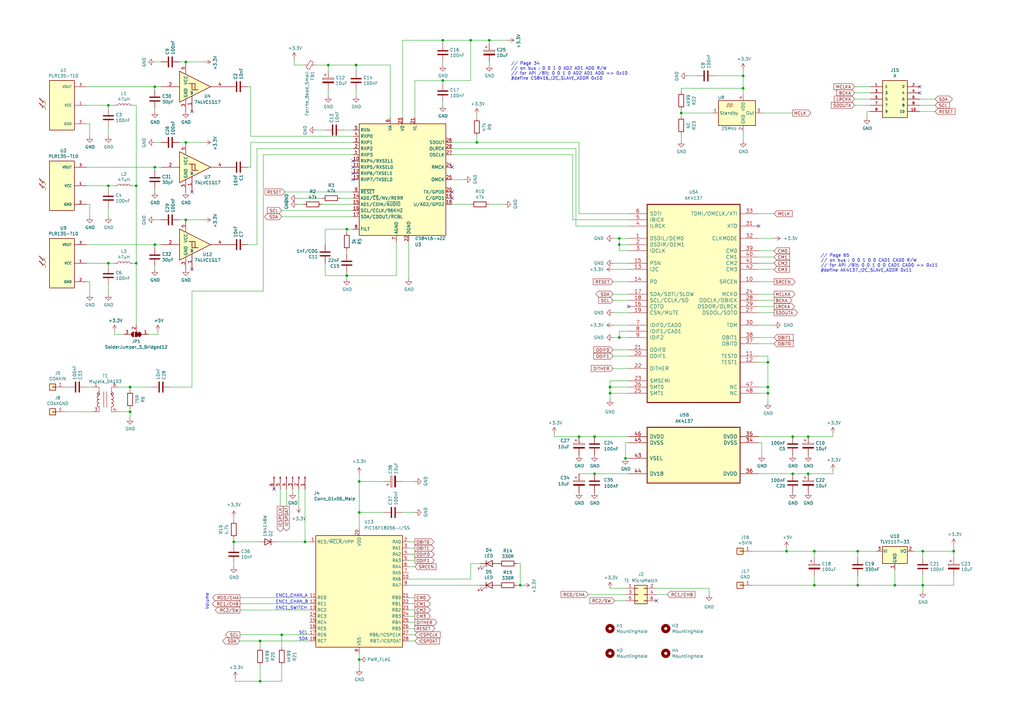
<source format=kicad_sch>
(kicad_sch (version 20230121) (generator eeschema)
  (paper "A3")
  (title_block (title "SPDIF Receiver / ASRC") (date "2022-02-20") (rev "V1"))
  (junction (at 351.79 240.03))
  (junction (at 331.47 194.31))
  (junction (at 378.46 240.03))
  (junction (at 250.19 161.29))
  (junction (at 334.01 226.06))
  (junction (at 304.8 36.195))
  (junction (at 125.095 222.25))
  (junction (at 314.96 161.29))
  (junction (at 76.2 25.4))
  (junction (at 314.96 148.59))
  (junction (at 243.84 179.07))
  (junction (at 115.57 260.35))
  (junction (at 200.66 16.51))
  (junction (at 106.68 262.89))
  (junction (at 106.68 279.4))
  (junction (at 76.2 90.17))
  (junction (at 76.2 58.42))
  (junction (at 314.96 158.75))
  (junction (at 254 138.43))
  (junction (at 134.62 26.67))
  (junction (at 254 97.79))
  (junction (at 63.5 100.33))
  (junction (at 250.19 158.75))
  (junction (at 55.88 76.2))
  (junction (at 53.34 158.75))
  (junction (at 391.16 226.06))
  (junction (at 44.45 43.18))
  (junction (at 254 100.33))
  (junction (at 55.88 107.95))
  (junction (at 334.01 240.03))
  (junction (at 44.45 76.2))
  (junction (at 351.79 226.06))
  (junction (at 181.61 33.02))
  (junction (at 146.05 26.67))
  (junction (at 325.12 194.31))
  (junction (at 237.49 179.07))
  (junction (at 378.46 226.06))
  (junction (at 53.34 168.91))
  (junction (at 325.12 179.07))
  (junction (at 279.4 46.355))
  (junction (at 63.5 68.58))
  (junction (at 213.36 240.03))
  (junction (at 331.47 179.07))
  (junction (at 195.58 58.42))
  (junction (at 147.32 210.185))
  (junction (at 63.5 35.56))
  (junction (at 322.58 226.06))
  (junction (at 304.8 31.115))
  (junction (at 95.885 222.25))
  (junction (at 181.61 16.51))
  (junction (at 147.32 270.51))
  (junction (at 147.32 197.485))
  (junction (at 44.45 107.95))
  (junction (at 142.24 113.03))
  (junction (at 142.24 93.98))
  (junction (at 193.04 16.51))
  (junction (at 243.84 194.31))
  (junction (at 256.54 187.96))
  (junction (at 367.03 240.03))
  (no_connect (at 144.78 68.58))
  (no_connect (at 144.78 73.66))
  (no_connect (at 185.42 68.58))
  (no_connect (at 144.78 71.12))
  (no_connect (at 78.74 45.72))
  (no_connect (at 311.15 92.71))
  (no_connect (at 377.19 38.1))
  (no_connect (at 377.19 35.56))
  (no_connect (at 257.81 125.73))
  (no_connect (at 78.74 78.74))
  (no_connect (at 78.74 110.49))
  (no_connect (at 185.42 78.74))
  (no_connect (at 185.42 81.28))
  (no_connect (at 269.24 246.38))
  (no_connect (at 144.78 66.04))
  (no_connect (at 112.395 200.66))
  (wire (pts (xy 73.66 90.17) (xy 76.2 90.17)))
  (wire (pts (xy 181.61 33.02) (xy 193.04 33.02)))
  (wire (pts (xy 125.095 200.66) (xy 125.095 222.25)))
  (wire (pts (xy 63.5 100.33) (xy 35.56 100.33)))
  (wire (pts (xy 322.58 226.06) (xy 334.01 226.06)))
  (wire (pts (xy 234.95 63.5) (xy 185.42 63.5)))
  (wire (pts (xy 54.61 43.18) (xy 55.88 43.18)))
  (wire (pts (xy 377.19 45.72) (xy 383.54 45.72)))
  (wire (pts (xy 115.57 86.36) (xy 144.78 86.36)))
  (wire (pts (xy 279.4 36.195) (xy 304.8 36.195)))
  (wire (pts (xy 334.01 226.06) (xy 351.79 226.06)))
  (wire (pts (xy 125.095 222.25) (xy 127 222.25)))
  (wire (pts (xy 142.24 111.76) (xy 142.24 113.03)))
  (wire (pts (xy 378.46 228.6) (xy 378.46 226.06)))
  (wire (pts (xy 311.15 138.43) (xy 317.5 138.43)))
  (wire (pts (xy 250.19 161.29) (xy 250.19 158.75)))
  (wire (pts (xy 113.665 222.25) (xy 125.095 222.25)))
  (wire (pts (xy 98.425 260.35) (xy 115.57 260.35)))
  (wire (pts (xy 257.81 102.87) (xy 254 102.87)))
  (wire (pts (xy 101.6 100.33) (xy 105.41 100.33)))
  (wire (pts (xy 35.56 35.56) (xy 63.5 35.56)))
  (wire (pts (xy 193.04 33.02) (xy 193.04 16.51)))
  (wire (pts (xy 237.49 58.42) (xy 237.49 87.63)))
  (wire (pts (xy 251.46 123.19) (xy 257.81 123.19)))
  (wire (pts (xy 331.47 194.31) (xy 341.63 194.31)))
  (wire (pts (xy 115.57 88.9) (xy 144.78 88.9)))
  (wire (pts (xy 250.19 158.75) (xy 257.81 158.75)))
  (wire (pts (xy 48.26 158.75) (xy 53.34 158.75)))
  (wire (pts (xy 351.79 240.03) (xy 334.01 240.03)))
  (wire (pts (xy 106.045 222.25) (xy 95.885 222.25)))
  (wire (pts (xy 257.81 135.89) (xy 254 135.89)))
  (wire (pts (xy 165.1 197.485) (xy 170.18 197.485)))
  (wire (pts (xy 167.64 224.79) (xy 170.18 224.79)))
  (wire (pts (xy 314.96 146.05) (xy 314.96 148.59)))
  (wire (pts (xy 314.96 161.29) (xy 311.15 161.29)))
  (wire (pts (xy 391.16 240.03) (xy 391.16 236.22)))
  (wire (pts (xy 377.19 43.18) (xy 383.54 43.18)))
  (wire (pts (xy 167.64 232.41) (xy 170.18 232.41)))
  (wire (pts (xy 251.46 97.79) (xy 254 97.79)))
  (wire (pts (xy 121.92 83.82) (xy 124.46 83.82)))
  (wire (pts (xy 63.5 110.49) (xy 63.5 109.22)))
  (wire (pts (xy 314.96 158.75) (xy 314.96 161.29)))
  (wire (pts (xy 251.46 107.95) (xy 257.81 107.95)))
  (wire (pts (xy 195.58 55.88) (xy 195.58 58.42)))
  (wire (pts (xy 95.885 232.41) (xy 95.885 231.14)))
  (wire (pts (xy 312.42 46.355) (xy 325.12 46.355)))
  (wire (pts (xy 87.63 -21.59) (xy 87.63 -8.89)))
  (wire (pts (xy 257.81 143.51) (xy 251.46 143.51)))
  (wire (pts (xy 243.84 179.07) (xy 257.81 179.07)))
  (wire (pts (xy 237.49 179.07) (xy 243.84 179.07)))
  (wire (pts (xy 254 135.89) (xy 254 138.43)))
  (wire (pts (xy 101.6 68.58) (xy 102.87 68.58)))
  (wire (pts (xy 167.64 257.81) (xy 170.18 257.81)))
  (wire (pts (xy 142.24 113.03) (xy 133.35 113.03)))
  (wire (pts (xy 55.88 107.95) (xy 55.88 76.2)))
  (wire (pts (xy 63.5 35.56) (xy 66.04 35.56)))
  (wire (pts (xy 341.63 177.8) (xy 341.63 179.07)))
  (wire (pts (xy 311.15 146.05) (xy 314.96 146.05)))
  (wire (pts (xy 105.41 60.96) (xy 144.78 60.96)))
  (wire (pts (xy 208.28 16.51) (xy 200.66 16.51)))
  (wire (pts (xy 98.425 245.11) (xy 127 245.11)))
  (wire (pts (xy 167.64 240.03) (xy 196.85 240.03)))
  (wire (pts (xy 95.885 213.36) (xy 95.885 212.09)))
  (wire (pts (xy 334.01 240.03) (xy 334.01 236.22)))
  (wire (pts (xy 76.2 25.4) (xy 83.82 25.4)))
  (wire (pts (xy 355.6 45.72) (xy 356.87 45.72)))
  (wire (pts (xy 304.8 31.115) (xy 293.37 31.115)))
  (wire (pts (xy 36.83 50.8) (xy 35.56 50.8)))
  (wire (pts (xy 35.56 107.95) (xy 44.45 107.95)))
  (wire (pts (xy 200.66 26.67) (xy 200.66 25.4)))
  (wire (pts (xy 105.41 100.33) (xy 105.41 60.96)))
  (wire (pts (xy 227.33 179.07) (xy 237.49 179.07)))
  (wire (pts (xy 251.46 120.65) (xy 257.81 120.65)))
  (wire (pts (xy 55.88 107.95) (xy 54.61 107.95)))
  (wire (pts (xy 106.68 262.89) (xy 106.68 265.43)))
  (wire (pts (xy 55.88 133.35) (xy 55.88 107.95)))
  (wire (pts (xy 96.52 279.4) (xy 106.68 279.4)))
  (wire (pts (xy 147.32 197.485) (xy 157.48 197.485)))
  (wire (pts (xy 107.95 119.38) (xy 107.95 63.5)))
  (wire (pts (xy 63.5 25.4) (xy 66.04 25.4)))
  (wire (pts (xy 96.52 278.13) (xy 96.52 279.4)))
  (wire (pts (xy 115.57 260.35) (xy 115.57 265.43)))
  (wire (pts (xy 251.46 138.43) (xy 254 138.43)))
  (wire (pts (xy 142.24 93.98) (xy 133.35 93.98)))
  (wire (pts (xy 167.64 247.65) (xy 170.18 247.65)))
  (wire (pts (xy 122.555 200.66) (xy 122.555 207.645)))
  (wire (pts (xy 146.05 39.37) (xy 146.05 36.83)))
  (wire (pts (xy 325.12 179.07) (xy 331.47 179.07)))
  (wire (pts (xy 311.15 125.73) (xy 317.5 125.73)))
  (wire (pts (xy 146.05 26.67) (xy 134.62 26.67)))
  (wire (pts (xy 160.02 26.67) (xy 146.05 26.67)))
  (wire (pts (xy 304.8 31.115) (xy 304.8 28.575)))
  (wire (pts (xy 120.015 200.66) (xy 120.015 201.93)))
  (wire (pts (xy 167.64 114.3) (xy 167.64 99.06)))
  (wire (pts (xy 279.4 46.355) (xy 279.4 47.625)))
  (wire (pts (xy 144.78 83.82) (xy 132.08 83.82)))
  (wire (pts (xy 196.85 231.14) (xy 193.04 231.14)))
  (wire (pts (xy 311.15 87.63) (xy 317.5 87.63)))
  (wire (pts (xy 133.35 53.34) (xy 129.54 53.34)))
  (wire (pts (xy 367.03 240.03) (xy 351.79 240.03)))
  (wire (pts (xy 36.83 115.57) (xy 35.56 115.57)))
  (wire (pts (xy 250.19 163.83) (xy 250.19 161.29)))
  (wire (pts (xy 391.16 228.6) (xy 391.16 226.06)))
  (wire (pts (xy 35.56 43.18) (xy 44.45 43.18)))
  (wire (pts (xy 64.77 137.16) (xy 64.77 135.89)))
  (wire (pts (xy 254 97.79) (xy 257.81 97.79)))
  (wire (pts (xy 181.61 17.78) (xy 181.61 16.51)))
  (wire (pts (xy 167.64 245.11) (xy 170.18 245.11)))
  (wire (pts (xy 50.8 137.16) (xy 46.99 137.16)))
  (wire (pts (xy 46.99 76.2) (xy 44.45 76.2)))
  (wire (pts (xy 147.32 210.185) (xy 147.32 217.17)))
  (wire (pts (xy 63.5 58.42) (xy 66.04 58.42)))
  (wire (pts (xy 257.81 100.33) (xy 254 100.33)))
  (wire (pts (xy 190.5 73.66) (xy 185.42 73.66)))
  (wire (pts (xy 257.81 146.05) (xy 251.46 146.05)))
  (wire (pts (xy 367.03 240.03) (xy 367.03 233.68)))
  (wire (pts (xy 44.45 55.88) (xy 44.45 52.07)))
  (wire (pts (xy 311.15 102.87) (xy 317.5 102.87)))
  (wire (pts (xy 334.01 226.06) (xy 334.01 228.6)))
  (wire (pts (xy 314.96 165.1) (xy 314.96 161.29)))
  (wire (pts (xy 311.15 148.59) (xy 314.96 148.59)))
  (wire (pts (xy 252.095 246.38) (xy 256.54 246.38)))
  (wire (pts (xy 251.46 110.49) (xy 257.81 110.49)))
  (wire (pts (xy 311.15 110.49) (xy 317.5 110.49)))
  (wire (pts (xy 53.34 171.45) (xy 53.34 168.91)))
  (wire (pts (xy 185.42 83.82) (xy 193.04 83.82)))
  (wire (pts (xy 142.24 104.14) (xy 142.24 102.87)))
  (wire (pts (xy 95.885 222.25) (xy 95.885 220.98)))
  (wire (pts (xy 107.95 63.5) (xy 144.78 63.5)))
  (wire (pts (xy 325.12 194.31) (xy 331.47 194.31)))
  (wire (pts (xy 102.87 58.42) (xy 144.78 58.42)))
  (wire (pts (xy 48.26 168.91) (xy 53.34 168.91)))
  (wire (pts (xy 304.8 31.115) (xy 304.8 36.195)))
  (wire (pts (xy 378.46 226.06) (xy 374.65 226.06)))
  (wire (pts (xy 212.09 231.14) (xy 213.36 231.14)))
  (wire (pts (xy 378.46 236.22) (xy 378.46 240.03)))
  (wire (pts (xy 26.67 168.91) (xy 38.1 168.91)))
  (wire (pts (xy 311.15 123.19) (xy 317.5 123.19)))
  (wire (pts (xy 162.56 113.03) (xy 162.56 99.06)))
  (wire (pts (xy 167.64 255.27) (xy 170.18 255.27)))
  (wire (pts (xy 95.885 223.52) (xy 95.885 222.25)))
  (wire (pts (xy 167.64 252.73) (xy 170.18 252.73)))
  (wire (pts (xy 147.32 197.485) (xy 147.32 210.185)))
  (wire (pts (xy 250.19 158.75) (xy 250.19 156.21)))
  (wire (pts (xy 237.49 87.63) (xy 257.81 87.63)))
  (wire (pts (xy 167.64 229.87) (xy 170.18 229.87)))
  (wire (pts (xy 55.88 76.2) (xy 54.61 76.2)))
  (wire (pts (xy 147.32 194.31) (xy 147.32 197.485)))
  (wire (pts (xy 121.92 81.28) (xy 132.08 81.28)))
  (wire (pts (xy 292.1 46.355) (xy 279.4 46.355)))
  (wire (pts (xy 227.33 177.8) (xy 227.33 179.07)))
  (wire (pts (xy 146.05 29.21) (xy 146.05 26.67)))
  (wire (pts (xy 355.6 45.72) (xy 355.6 48.26)))
  (wire (pts (xy 322.58 224.79) (xy 322.58 226.06)))
  (wire (pts (xy 251.46 128.27) (xy 257.81 128.27)))
  (wire (pts (xy 308.61 240.03) (xy 334.01 240.03)))
  (wire (pts (xy 377.19 40.64) (xy 383.54 40.64)))
  (wire (pts (xy 35.56 68.58) (xy 63.5 68.58)))
  (wire (pts (xy 391.16 223.52) (xy 391.16 226.06)))
  (wire (pts (xy 290.83 241.3) (xy 290.83 243.84)))
  (wire (pts (xy 257.81 181.61) (xy 256.54 181.61)))
  (wire (pts (xy 250.19 156.21) (xy 257.81 156.21)))
  (wire (pts (xy 76.2 58.42) (xy 83.82 58.42)))
  (wire (pts (xy 46.99 107.95) (xy 44.45 107.95)))
  (wire (pts (xy 167.64 222.25) (xy 170.18 222.25)))
  (wire (pts (xy 195.58 58.42) (xy 185.42 58.42)))
  (wire (pts (xy 213.36 231.14) (xy 213.36 240.03)))
  (wire (pts (xy 53.34 160.02) (xy 53.34 158.75)))
  (wire (pts (xy 195.58 48.26) (xy 195.58 46.99)))
  (wire (pts (xy 160.02 48.26) (xy 160.02 26.67)))
  (wire (pts (xy 311.15 179.07) (xy 325.12 179.07)))
  (wire (pts (xy 311.15 105.41) (xy 317.5 105.41)))
  (wire (pts (xy 46.99 43.18) (xy 44.45 43.18)))
  (wire (pts (xy 378.46 240.03) (xy 391.16 240.03)))
  (wire (pts (xy 53.34 168.91) (xy 53.34 167.64)))
  (wire (pts (xy 144.78 78.74) (xy 116.84 78.74)))
  (wire (pts (xy 117.475 200.66) (xy 117.475 207.645)))
  (wire (pts (xy 350.52 38.1) (xy 356.87 38.1)))
  (wire (pts (xy 243.84 194.31) (xy 257.81 194.31)))
  (wire (pts (xy 251.46 115.57) (xy 257.81 115.57)))
  (wire (pts (xy 341.63 193.04) (xy 341.63 194.31)))
  (wire (pts (xy 35.56 76.2) (xy 44.45 76.2)))
  (wire (pts (xy 193.04 237.49) (xy 167.64 237.49)))
  (wire (pts (xy 36.83 55.88) (xy 36.83 50.8)))
  (wire (pts (xy 193.04 16.51) (xy 200.66 16.51)))
  (wire (pts (xy 147.32 270.51) (xy 147.32 267.97)))
  (wire (pts (xy 167.64 260.35) (xy 170.18 260.35)))
  (wire (pts (xy 279.4 37.465) (xy 279.4 36.195)))
  (wire (pts (xy 69.85 158.75) (xy 78.74 158.75)))
  (wire (pts (xy 236.22 92.71) (xy 257.81 92.71)))
  (wire (pts (xy 134.62 26.67) (xy 129.54 26.67)))
  (wire (pts (xy 234.95 90.17) (xy 257.81 90.17)))
  (wire (pts (xy 331.47 179.07) (xy 341.63 179.07)))
  (wire (pts (xy 269.24 241.3) (xy 290.83 241.3)))
  (wire (pts (xy 350.52 35.56) (xy 356.87 35.56)))
  (wire (pts (xy 250.19 161.29) (xy 257.81 161.29)))
  (wire (pts (xy 63.5 100.33) (xy 66.04 100.33)))
  (wire (pts (xy 200.66 83.82) (xy 207.01 83.82)))
  (wire (pts (xy 311.15 194.31) (xy 325.12 194.31)))
  (wire (pts (xy 279.4 55.245) (xy 279.4 57.785)))
  (wire (pts (xy 167.64 250.19) (xy 170.18 250.19)))
  (wire (pts (xy 250.19 241.3) (xy 256.54 241.3)))
  (wire (pts (xy 53.34 158.75) (xy 62.23 158.75)))
  (wire (pts (xy 76.2 90.17) (xy 83.82 90.17)))
  (wire (pts (xy 167.64 227.33) (xy 170.18 227.33)))
  (wire (pts (xy 237.49 58.42) (xy 195.58 58.42)))
  (wire (pts (xy 254 138.43) (xy 257.81 138.43)))
  (wire (pts (xy 115.57 260.35) (xy 127 260.35)))
  (wire (pts (xy 106.68 273.05) (xy 106.68 279.4)))
  (wire (pts (xy 142.24 95.25) (xy 142.24 93.98)))
  (wire (pts (xy 165.1 48.26) (xy 165.1 16.51)))
  (wire (pts (xy 391.16 226.06) (xy 378.46 226.06)))
  (wire (pts (xy 165.1 16.51) (xy 181.61 16.51)))
  (wire (pts (xy 102.87 55.88) (xy 144.78 55.88)))
  (wire (pts (xy 73.66 58.42) (xy 76.2 58.42)))
  (wire (pts (xy 60.96 137.16) (xy 64.77 137.16)))
  (wire (pts (xy 308.61 226.06) (xy 322.58 226.06)))
  (wire (pts (xy 350.52 40.64) (xy 356.87 40.64)))
  (wire (pts (xy 193.04 231.14) (xy 193.04 237.49)))
  (wire (pts (xy 120.65 26.67) (xy 120.65 24.13)))
  (wire (pts (xy 165.1 210.185) (xy 170.18 210.185)))
  (wire (pts (xy 304.8 57.785) (xy 304.8 53.975)))
  (wire (pts (xy 36.83 88.9) (xy 36.83 83.82)))
  (wire (pts (xy 36.83 120.65) (xy 36.83 115.57)))
  (wire (pts (xy 279.4 45.085) (xy 279.4 46.355)))
  (wire (pts (xy 254 102.87) (xy 254 100.33)))
  (wire (pts (xy 311.15 128.27) (xy 317.5 128.27)))
  (wire (pts (xy 251.46 133.35) (xy 257.81 133.35)))
  (wire (pts (xy 181.61 34.29) (xy 181.61 33.02)))
  (wire (pts (xy 78.74 119.38) (xy 107.95 119.38)))
  (wire (pts (xy 124.46 26.67) (xy 120.65 26.67)))
  (wire (pts (xy 27.94 158.75) (xy 26.67 158.75)))
  (wire (pts (xy 181.61 43.18) (xy 181.61 41.91)))
  (wire (pts (xy 98.425 250.19) (xy 127 250.19)))
  (wire (pts (xy 170.18 48.26) (xy 170.18 33.02)))
  (wire (pts (xy 237.49 194.31) (xy 243.84 194.31)))
  (wire (pts (xy 44.45 77.47) (xy 44.45 76.2)))
  (wire (pts (xy 133.35 113.03) (xy 133.35 107.95)))
  (wire (pts (xy 133.35 93.98) (xy 133.35 100.33)))
  (wire (pts (xy 312.42 181.61) (xy 312.42 186.69)))
  (wire (pts (xy 311.15 181.61) (xy 312.42 181.61)))
  (wire (pts (xy 213.36 240.03) (xy 214.63 240.03)))
  (wire (pts (xy 351.79 228.6) (xy 351.79 226.06)))
  (wire (pts (xy 311.15 120.65) (xy 317.5 120.65)))
  (wire (pts (xy 251.46 151.13) (xy 257.81 151.13)))
  (wire (pts (xy 63.5 68.58) (xy 66.04 68.58)))
  (wire (pts (xy 236.22 60.96) (xy 185.42 60.96)))
  (wire (pts (xy 281.94 31.115) (xy 285.75 31.115)))
  (wire (pts (xy 304.8 36.195) (xy 304.8 38.735)))
  (wire (pts (xy 351.79 240.03) (xy 351.79 236.22)))
  (wire (pts (xy 44.45 109.22) (xy 44.45 107.95)))
  (wire (pts (xy 200.66 16.51) (xy 200.66 17.78)))
  (wire (pts (xy 351.79 226.06) (xy 359.41 226.06)))
  (wire (pts (xy 254 100.33) (xy 254 97.79)))
  (wire (pts (xy 63.5 36.83) (xy 63.5 35.56)))
  (wire (pts (xy 212.09 240.03) (xy 213.36 240.03)))
  (wire (pts (xy 35.56 158.75) (xy 38.1 158.75)))
  (wire (pts (xy 314.96 148.59) (xy 314.96 158.75)))
  (wire (pts (xy 98.425 247.65) (xy 127 247.65)))
  (wire (pts (xy 73.66 25.4) (xy 76.2 25.4)))
  (wire (pts (xy 378.46 242.57) (xy 378.46 240.03)))
  (wire (pts (xy 256.54 181.61) (xy 256.54 187.96)))
  (wire (pts (xy 55.88 76.2) (xy 55.88 43.18)))
  (wire (pts (xy 115.57 279.4) (xy 115.57 273.05)))
  (wire (pts (xy 63.5 69.85) (xy 63.5 68.58)))
  (wire (pts (xy 63.5 78.74) (xy 63.5 77.47)))
  (wire (pts (xy 106.68 262.89) (xy 127 262.89)))
  (wire (pts (xy 36.83 83.82) (xy 35.56 83.82)))
  (wire (pts (xy 181.61 26.67) (xy 181.61 25.4)))
  (wire (pts (xy 350.52 43.18) (xy 356.87 43.18)))
  (wire (pts (xy 311.15 140.97) (xy 317.5 140.97)))
  (wire (pts (xy 147.32 274.32) (xy 147.32 270.51)))
  (wire (pts (xy 44.45 88.9) (xy 44.45 85.09)))
  (wire (pts (xy 63.5 90.17) (xy 66.04 90.17)))
  (wire (pts (xy 311.15 158.75) (xy 314.96 158.75)))
  (wire (pts (xy 144.78 53.34) (xy 140.97 53.34)))
  (wire (pts (xy 106.68 279.4) (xy 115.57 279.4)))
  (wire (pts (xy 241.3 243.84) (xy 256.54 243.84)))
  (wire (pts (xy 170.18 33.02) (xy 181.61 33.02)))
  (wire (pts (xy 134.62 29.21) (xy 134.62 26.67)))
  (wire (pts (xy 101.6 35.56) (xy 102.87 35.56)))
  (wire (pts (xy 378.46 240.03) (xy 367.03 240.03)))
  (wire (pts (xy 311.15 107.95) (xy 317.5 107.95)))
  (wire (pts (xy 311.15 115.57) (xy 317.5 115.57)))
  (wire (pts (xy 157.48 210.185) (xy 147.32 210.185)))
  (wire (pts (xy 167.64 262.89) (xy 170.18 262.89)))
  (wire (pts (xy 44.45 44.45) (xy 44.45 43.18)))
  (wire (pts (xy 78.74 119.38) (xy 78.74 158.75)))
  (wire (pts (xy 46.99 137.16) (xy 46.99 135.89)))
  (wire (pts (xy 236.22 60.96) (xy 236.22 92.71)))
  (wire (pts (xy 102.87 55.88) (xy 102.87 35.56)))
  (wire (pts (xy 269.24 243.84) (xy 273.685 243.84)))
  (wire (pts (xy 142.24 113.03) (xy 162.56 113.03)))
  (wire (pts (xy 63.5 45.72) (xy 63.5 44.45)))
  (wire (pts (xy 144.78 93.98) (xy 142.24 93.98)))
  (wire (pts (xy 181.61 16.51) (xy 193.04 16.51)))
  (wire (pts (xy 114.935 200.66) (xy 114.935 207.645)))
  (wire (pts (xy 144.78 81.28) (xy 139.7 81.28)))
  (wire (pts (xy 311.15 97.79) (xy 317.5 97.79)))
  (wire (pts (xy 102.87 68.58) (xy 102.87 58.42)))
  (wire (pts (xy 98.425 262.89) (xy 106.68 262.89)))
  (wire (pts (xy 311.15 133.35) (xy 317.5 133.35)))
  (wire (pts (xy 142.24 114.3) (xy 142.24 113.03)))
  (wire (pts (xy 44.45 120.65) (xy 44.45 116.84)))
  (wire (pts (xy 234.95 63.5) (xy 234.95 90.17)))
  (wire (pts (xy 63.5 101.6) (xy 63.5 100.33)))
  (wire (pts (xy 134.62 39.37) (xy 134.62 36.83)))
  (wire (pts (xy 256.54 187.96) (xy 257.81 187.96)))
  (text "// Page 65\n// on bus : 0 0 1 0 0 CAD1 CAD0 R/W\n// for API /Bit: 0 0 1 0 0 CAD1 CAD0 => 0x11\n#define AK4137_I2C_SLAVE_ADDR 0x11\n" (at 336.55 111.76 0) (effects (font (size 1.27 1.27)) (justify left bottom)))
  (text "ENC1_CHAN_A" (at 113.03 245.11 0) (effects (font (size 1.27 1.27)) (justify left bottom)))
  (text "SDA" (at 122.555 262.89 0) (effects (font (size 1.27 1.27)) (justify left bottom)))
  (text "// Page 34 \n// on bus : 0 0 1 0 AD2 AD1 AD0 R/W\n// for API /Bit: 0 0 1 0 AD2 AD1 AD0 => 0x10\n#define CS8416_I2C_SLAVE_ADDR 0x10" (at 209.55 33.02 0) (effects (font (size 1.27 1.27)) (justify left bottom)))
  (text "Volume" (at 85.725 250.19 90) (effects (font (size 1.27 1.27)) (justify left bottom)))
  (text "SCL" (at 122.555 260.35 0) (effects (font (size 1.27 1.27)) (justify left bottom)))
  (text "ENC1_SWITCH" (at 113.03 250.19 0) (effects (font (size 1.27 1.27)) (justify left bottom)))
  (text "ENC1_CHAN_B" (at 113.03 247.65 0) (effects (font (size 1.27 1.27)) (justify left bottom)))
  (global_label "BCKA" (shape output) (at 317.5 123.19 0) (property "Intersheetrefs" "${INTERSHEET_REFS}" (effects hide)))
  (global_label "BCKA" (shape input) (at 350.52 38.1 180) (property "Intersheetrefs" "${INTERSHEET_REFS}" (effects hide)))
  (global_label "OBIT1" (shape output) (at 170.18 224.79 0) (property "Intersheetrefs" "${INTERSHEET_REFS}" (effects hide)))
  (global_label "ODIF1" (shape input) (at 251.46 146.05 180) (property "Intersheetrefs" "${INTERSHEET_REFS}" (effects hide)))
  (global_label "MCLK" (shape output) (at 325.12 46.355 0) (property "Intersheetrefs" "${INTERSHEET_REFS}" (effects hide)))
  (global_label "CM3" (shape input) (at 317.5 110.49 0) (property "Intersheetrefs" "${INTERSHEET_REFS}" (effects hide)))
  (global_label "ICSPDAT" (shape output) (at 117.475 207.645 270) (property "Intersheetrefs" "${INTERSHEET_REFS}" (effects hide)))
  (global_label "OBIT0" (shape output) (at 170.18 222.25 0) (property "Intersheetrefs" "${INTERSHEET_REFS}" (effects hide)))
  (global_label "SDOUTA" (shape output) (at 317.5 128.27 0) (property "Intersheetrefs" "${INTERSHEET_REFS}" (effects hide)))
  (global_label "SDA" (shape bidirectional) (at 383.54 40.64 0) (property "Intersheetrefs" "${INTERSHEET_REFS}" (effects hide)))
  (global_label "MCLKA" (shape output) (at 317.5 120.65 0) (property "Intersheetrefs" "${INTERSHEET_REFS}" (effects hide)))
  (global_label "ICSPCLK" (shape input) (at 170.18 260.35 0) (property "Intersheetrefs" "${INTERSHEET_REFS}" (effects hide)))
  (global_label "CM2" (shape input) (at 317.5 107.95 0) (property "Intersheetrefs" "${INTERSHEET_REFS}" (effects hide)))
  (global_label "MCLKA" (shape input) (at 350.52 35.56 180) (property "Intersheetrefs" "${INTERSHEET_REFS}" (effects hide)))
  (global_label "RC2{slash}SW" (shape output) (at 98.425 250.19 180) (property "Intersheetrefs" "${INTERSHEET_REFS}" (effects hide)))
  (global_label "RESET" (shape output) (at 170.18 257.81 0) (property "Intersheetrefs" "${INTERSHEET_REFS}" (effects hide)))
  (global_label "RC1{slash}CHB" (shape output) (at 98.425 247.65 180) (property "Intersheetrefs" "${INTERSHEET_REFS}" (effects hide)))
  (global_label "ODIF0" (shape output) (at 170.18 227.33 0) (property "Intersheetrefs" "${INTERSHEET_REFS}" (effects hide)))
  (global_label "RC0{slash}CHA" (shape input) (at 241.3 243.84 180) (property "Intersheetrefs" "${INTERSHEET_REFS}" (effects hide)))
  (global_label "SDA" (shape bidirectional) (at 251.46 120.65 180) (property "Intersheetrefs" "${INTERSHEET_REFS}" (effects hide)))
  (global_label "CM0" (shape output) (at 170.18 245.11 0) (property "Intersheetrefs" "${INTERSHEET_REFS}" (effects hide)))
  (global_label "DITHER" (shape output) (at 170.18 255.27 0) (property "Intersheetrefs" "${INTERSHEET_REFS}" (effects hide)))
  (global_label "CM1" (shape input) (at 317.5 105.41 0) (property "Intersheetrefs" "${INTERSHEET_REFS}" (effects hide)))
  (global_label "LRCKA" (shape output) (at 317.5 125.73 0) (property "Intersheetrefs" "${INTERSHEET_REFS}" (effects hide)))
  (global_label "MCLK" (shape input) (at 317.5 87.63 0) (property "Intersheetrefs" "${INTERSHEET_REFS}" (effects hide)))
  (global_label "ODIF1" (shape output) (at 170.18 229.87 0) (property "Intersheetrefs" "${INTERSHEET_REFS}" (effects hide)))
  (global_label "SCL" (shape input) (at 115.57 86.36 180) (property "Intersheetrefs" "${INTERSHEET_REFS}" (effects hide)))
  (global_label "SCL" (shape input) (at 251.46 123.19 180) (property "Intersheetrefs" "${INTERSHEET_REFS}" (effects hide)))
  (global_label "RESET" (shape input) (at 383.54 45.72 0) (property "Intersheetrefs" "${INTERSHEET_REFS}" (effects hide)))
  (global_label "RESET" (shape input) (at 251.46 115.57 180) (property "Intersheetrefs" "${INTERSHEET_REFS}" (effects hide)))
  (global_label "CM3" (shape output) (at 170.18 252.73 0) (property "Intersheetrefs" "${INTERSHEET_REFS}" (effects hide)))
  (global_label "RC0{slash}CHA" (shape output) (at 98.425 245.11 180) (property "Intersheetrefs" "${INTERSHEET_REFS}" (effects hide)))
  (global_label "ICSPDAT" (shape input) (at 170.18 262.89 0) (property "Intersheetrefs" "${INTERSHEET_REFS}" (effects hide)))
  (global_label "SDA" (shape bidirectional) (at 98.425 262.89 180) (property "Intersheetrefs" "${INTERSHEET_REFS}" (effects hide)))
  (global_label "RESET" (shape input) (at 116.84 78.74 180) (property "Intersheetrefs" "${INTERSHEET_REFS}" (effects hide)))
  (global_label "SRCEN" (shape output) (at 317.5 115.57 0) (property "Intersheetrefs" "${INTERSHEET_REFS}" (effects hide)))
  (global_label "CM0" (shape input) (at 317.5 102.87 0) (property "Intersheetrefs" "${INTERSHEET_REFS}" (effects hide)))
  (global_label "CM1" (shape output) (at 170.18 247.65 0) (property "Intersheetrefs" "${INTERSHEET_REFS}" (effects hide)))
  (global_label "SDOUTA" (shape input) (at 350.52 43.18 180) (property "Intersheetrefs" "${INTERSHEET_REFS}" (effects hide)))
  (global_label "OBIT1" (shape input) (at 317.5 138.43 0) (property "Intersheetrefs" "${INTERSHEET_REFS}" (effects hide)))
  (global_label "LRCKA" (shape input) (at 350.52 40.64 180) (property "Intersheetrefs" "${INTERSHEET_REFS}" (effects hide)))
  (global_label "SCL" (shape input) (at 383.54 43.18 0) (property "Intersheetrefs" "${INTERSHEET_REFS}" (effects hide)))
  (global_label "OBIT0" (shape input) (at 317.5 140.97 0) (property "Intersheetrefs" "${INTERSHEET_REFS}" (effects hide)))
  (global_label "RC1{slash}CHB" (shape input) (at 273.685 243.84 0) (property "Intersheetrefs" "${INTERSHEET_REFS}" (effects hide)))
  (global_label "ODIF0" (shape input) (at 251.46 143.51 180) (property "Intersheetrefs" "${INTERSHEET_REFS}" (effects hide)))
  (global_label "SDA" (shape bidirectional) (at 115.57 88.9 180) (property "Intersheetrefs" "${INTERSHEET_REFS}" (effects hide)))
  (global_label "RC2{slash}SW" (shape input) (at 252.095 246.38 180) (property "Intersheetrefs" "${INTERSHEET_REFS}" (effects hide)))
  (global_label "SRCEN" (shape input) (at 170.18 232.41 0) (property "Intersheetrefs" "${INTERSHEET_REFS}" (effects hide)))
  (global_label "SCL" (shape output) (at 98.425 260.35 180) (property "Intersheetrefs" "${INTERSHEET_REFS}" (effects hide)))
  (global_label "ICSPCLK" (shape output) (at 114.935 207.645 270) (property "Intersheetrefs" "${INTERSHEET_REFS}" (effects hide)))
  (global_label "CM2" (shape output) (at 170.18 250.19 0) (property "Intersheetrefs" "${INTERSHEET_REFS}" (effects hide)))
  (global_label "DITHER" (shape input) (at 251.46 151.13 180) (property "Intersheetrefs" "${INTERSHEET_REFS}" (effects hide)))
  (symbol (lib_id "kicad-snk:PLR135-T10") (at 25.4 43.18 0) (mirror y) (unit 1)
    (property "Reference" "U1" (at 26.0096 28.7782 0))
    (property "Value" "PLR135-T10" (at 26.0096 31.0896 0))
    (property "Footprint" "PLR135-T10_PLT133-T10W" (effects hide))
    (property "manf#" "PLR135/T10" (effects hide))
  )
  (symbol (lib_id "Device:C") (at 97.79 35.56 270) (unit 1)
    (property "Reference" "C2" (at 96.6216 32.639 0) (effects (justify right)))
    (property "Value" "10nF" (at 98.933 32.639 0) (effects (justify right)))
    (property "Footprint" "Capacitor_SMD:C_0603_1608Metric_Pad1.08x0.95mm_HandSolder" (effects hide))
    (property "manf#" "CL10B104KB8NNNL" (effects hide))
  )
  (symbol (lib_id "Mechanical:MountingHole") (at 250.19 257.81 0) (unit 1)
    (property "Reference" "H1" (at 252.73 256.6416 0) (effects (justify left)))
    (property "Value" "MountingHole" (at 252.73 258.953 0) (effects (justify left)))
    (property "Footprint" "MountingHole:MountingHole_3.2mm_M3" (effects hide))
  )
  (symbol (lib_id "Mechanical:MountingHole") (at 273.05 257.81 0) (unit 1)
    (property "Reference" "H3" (at 275.59 256.6416 0) (effects (justify left)))
    (property "Value" "MountingHole" (at 275.59 258.953 0) (effects (justify left)))
    (property "Footprint" "MountingHole:MountingHole_3.2mm_M3" (effects hide))
  )
  (symbol (lib_id "Mechanical:MountingHole") (at 250.19 267.97 0) (unit 1)
    (property "Reference" "H2" (at 252.73 266.8016 0) (effects (justify left)))
    (property "Value" "MountingHole" (at 252.73 269.113 0) (effects (justify left)))
    (property "Footprint" "MountingHole:MountingHole_3.2mm_M3" (effects hide))
  )
  (symbol (lib_id "Mechanical:MountingHole") (at 273.05 267.97 0) (unit 1)
    (property "Reference" "H4" (at 275.59 266.8016 0) (effects (justify left)))
    (property "Value" "MountingHole" (at 275.59 269.113 0) (effects (justify left)))
    (property "Footprint" "MountingHole:MountingHole_3.2mm_M3" (effects hide))
  )
  (symbol (lib_id "Device:C") (at 44.45 48.26 180) (unit 1)
    (property "Reference" "C3" (at 47.371 47.0916 0) (effects (justify right)))
    (property "Value" "100nF" (at 47.371 49.403 0) (effects (justify right)))
    (property "Footprint" "Capacitor_SMD:C_0603_1608Metric_Pad1.08x0.95mm_HandSolder" (effects hide))
    (property "manf#" "CL10B104KB8NNNL" (effects hide))
  )
  (symbol (lib_id "power:GND") (at 36.83 55.88 0) (unit 1)
    (property "Reference" "#PWR0104" (effects hide))
    (property "Value" "GND" (at 36.957 60.2742 0))
  )
  (symbol (lib_id "power:GND") (at 44.45 55.88 0) (unit 1)
    (property "Reference" "#PWR0105" (effects hide))
    (property "Value" "GND" (at 44.577 60.2742 0))
  )
  (symbol (lib_id "kicad-snk:PLR135-T10") (at 25.4 76.2 0) (mirror y) (unit 1)
    (property "Reference" "U2" (at 26.0096 61.7982 0))
    (property "Value" "PLR135-T10" (at 26.0096 64.1096 0))
    (property "Footprint" "PLR135-T10_PLT133-T10W" (effects hide))
    (property "manf#" "PLR135/T10" (effects hide))
  )
  (symbol (lib_id "Device:C") (at 44.45 81.28 180) (unit 1)
    (property "Reference" "C4" (at 47.371 80.1116 0) (effects (justify right)))
    (property "Value" "100nF" (at 47.371 82.423 0) (effects (justify right)))
    (property "Footprint" "Capacitor_SMD:C_0603_1608Metric_Pad1.08x0.95mm_HandSolder" (effects hide))
    (property "manf#" "CL10B104KB8NNNL" (effects hide))
  )
  (symbol (lib_id "power:GND") (at 36.83 88.9 0) (unit 1)
    (property "Reference" "#PWR0107" (effects hide))
    (property "Value" "GND" (at 36.957 93.2942 0))
  )
  (symbol (lib_id "power:GND") (at 44.45 88.9 0) (unit 1)
    (property "Reference" "#PWR0108" (effects hide))
    (property "Value" "GND" (at 44.577 93.2942 0))
  )
  (symbol (lib_id "power:+3.3V") (at 304.8 28.575 0) (unit 1)
    (property "Reference" "#PWR0145" (effects hide))
    (property "Value" "+3.3V" (at 305.181 24.1808 0))
  )
  (symbol (lib_id "power:GND") (at 281.94 31.115 270) (unit 1)
    (property "Reference" "#PWR0155" (effects hide))
    (property "Value" "GND" (at 277.5458 31.242 0))
  )
  (symbol (lib_id "Device:C") (at 146.05 33.02 0) (unit 1)
    (property "Reference" "C14" (at 148.971 31.8516 0) (effects (justify left)))
    (property "Value" "100nF" (at 148.971 34.163 0) (effects (justify left)))
    (property "Footprint" "Capacitor_SMD:C_0603_1608Metric_Pad1.08x0.95mm_HandSolder" (effects hide))
    (property "manf#" "CL10B104KB8NNNL" (effects hide))
  )
  (symbol (lib_id "Device:CP") (at 134.62 33.02 0) (unit 1)
    (property "Reference" "C12" (at 137.6172 31.8516 0) (effects (justify left)))
    (property "Value" "10uF" (at 137.6172 34.163 0) (effects (justify left)))
    (property "Footprint" "Capacitor_Tantalum_SMD:CP_EIA-3216-18_Kemet-A_Pad1.58x1.35mm_HandSolder" (effects hide))
    (property "manf#" "TCJB106M025R0100" (effects hide))
  )
  (symbol (lib_id "Device:L") (at 50.8 43.18 90) (unit 1)
    (property "Reference" "L1" (at 50.8 38.354 90))
    (property "Value" "47uH" (at 50.8 40.6654 90))
    (property "Footprint" "Inductor_SMD:L_0805_2012Metric_Pad1.05x1.20mm_HandSolder" (effects hide))
    (property "manf#" "MLZ2012M470WT000" (effects hide))
  )
  (symbol (lib_id "Oscillator:ASDMB-xxxMHz") (at 302.26 46.355 0) (unit 1)
    (property "Reference" "U8" (at 297.18 40.005 0) (effects (justify right)))
    (property "Value" "25MHz" (at 302.26 52.705 0) (effects (justify right)))
    (property "Footprint" "Oscillator:Oscillator_SMD_Abracon_ASDMB-4Pin_2.5x2.0mm" (effects hide))
    (property "Datasheet" "https://abracon.com/Oscillators/ASDMB.pdf" (effects hide))
    (property "manf#" "EC2620TS-24.576M TR" (effects hide))
  )
  (symbol (lib_id "Regulator_Linear:TLV1117-33") (at 367.03 226.06 0) (unit 1)
    (property "Reference" "U10" (at 367.03 219.9132 0))
    (property "Value" "TLV1117-33" (at 367.03 222.2246 0))
    (property "Footprint" "Package_TO_SOT_SMD:SOT-223-3_TabPin2" (effects hide))
    (property "Datasheet" "http://www.ti.com/lit/ds/symlink/tlv1117.pdf" (effects hide))
    (property "manf#" "TLV1117-33IDCYR" (effects hide))
  )
  (symbol (lib_id "Device:CP") (at 334.01 232.41 0) (unit 1)
    (property "Reference" "C18" (at 337.0072 231.2416 0) (effects (justify left)))
    (property "Value" "100uF" (at 337.0072 233.553 0) (effects (justify left)))
    (property "Footprint" "Capacitor_THT:CP_Radial_D8.0mm_P3.50mm" (effects hide))
    (property "manf#" "35YXF100MEFC8X11.5" (effects hide))
  )
  (symbol (lib_id "Device:C") (at 378.46 232.41 0) (unit 1)
    (property "Reference" "C21" (at 381.381 231.2416 0) (effects (justify left)))
    (property "Value" "100nF" (at 381.381 233.553 0) (effects (justify left)))
    (property "Footprint" "Capacitor_SMD:C_0805_2012Metric_Pad1.18x1.45mm_HandSolder" (effects hide))
    (property "manf#" "CL21B104KBCNNNC" (effects hide))
  )
  (symbol (lib_id "Device:CP") (at 391.16 232.41 0) (unit 1)
    (property "Reference" "C23" (at 394.1572 231.2416 0) (effects (justify left)))
    (property "Value" "10uF" (at 394.1572 233.553 0) (effects (justify left)))
    (property "Footprint" "Capacitor_Tantalum_SMD:CP_EIA-3216-18_Kemet-A_Pad1.58x1.35mm_HandSolder" (effects hide))
    (property "manf#" "TCJB106M025R0100" (effects hide))
  )
  (symbol (lib_id "power:GND") (at 378.46 242.57 0) (unit 1)
    (property "Reference" "#PWR0136" (effects hide))
    (property "Value" "GND" (at 378.587 246.9642 0))
  )
  (symbol (lib_id "power:+3.3V") (at 391.16 223.52 0) (unit 1)
    (property "Reference" "#PWR0137" (effects hide))
    (property "Value" "+3.3V" (at 391.541 219.1258 0))
  )
  (symbol (lib_id "power:+5V") (at 322.58 224.79 0) (unit 1)
    (property "Reference" "#PWR0103" (effects hide))
    (property "Value" "+5V" (at 322.961 220.3958 0))
  )
  (symbol (lib_id "Device:C") (at 351.79 232.41 0) (unit 1)
    (property "Reference" "C19" (at 354.711 231.2416 0) (effects (justify left)))
    (property "Value" "330nF" (at 354.711 233.553 0) (effects (justify left)))
    (property "Footprint" "Capacitor_SMD:C_0805_2012Metric_Pad1.18x1.45mm_HandSolder" (effects hide))
    (property "manf#" "CL21B334KBFNNNE" (effects hide))
  )
  (symbol (lib_id "power:+5V") (at 64.77 135.89 0) (unit 1)
    (property "Reference" "#PWR0106" (effects hide))
    (property "Value" "+5V" (at 65.151 131.4958 0))
  )
  (symbol (lib_id "power:+3.3V") (at 46.99 135.89 0) (unit 1)
    (property "Reference" "#PWR0168" (effects hide))
    (property "Value" "+3.3V" (at 47.371 131.4958 0))
  )
  (symbol (lib_id "Device:L") (at 50.8 76.2 90) (unit 1)
    (property "Reference" "L2" (at 50.8 71.374 90))
    (property "Value" "47uH" (at 50.8 73.6854 90))
    (property "Footprint" "Inductor_SMD:L_0805_2012Metric_Pad1.05x1.20mm_HandSolder" (effects hide))
    (property "manf#" "MLZ2012M470WT000" (effects hide))
  )
  (symbol (lib_id "Device:LED") (at 200.66 231.14 0) (unit 1)
    (property "Reference" "D4" (at 200.4822 225.6282 0))
    (property "Value" "LED" (at 200.4822 227.9396 0))
    (property "Footprint" "LED_SMD:LED_0805_2012Metric_Pad1.15x1.40mm_HandSolder" (effects hide))
    (property "manf#" "LG R971-KN-1" (effects hide))
  )
  (symbol (lib_id "Device:LED") (at 200.66 240.03 0) (unit 1)
    (property "Reference" "D5" (at 200.4822 234.5182 0))
    (property "Value" "LED" (at 200.4822 236.8296 0))
    (property "Footprint" "LED_SMD:LED_0805_2012Metric_Pad1.15x1.40mm_HandSolder" (effects hide))
    (property "manf#" "LG R971-KN-1" (effects hide))
  )
  (symbol (lib_id "Device:R") (at 208.28 231.14 270) (unit 1)
    (property "Reference" "R14" (at 208.28 225.8822 90))
    (property "Value" "330R" (at 208.28 228.1936 90))
    (property "Footprint" "Resistor_SMD:R_0603_1608Metric_Pad0.98x0.95mm_HandSolder" (effects hide))
    (property "manf#" "RT0603FRD07330RL" (effects hide))
  )
  (symbol (lib_id "Device:R") (at 208.28 240.03 270) (unit 1)
    (property "Reference" "R15" (at 208.28 234.7722 90))
    (property "Value" "330R" (at 208.28 237.0836 90))
    (property "Footprint" "Resistor_SMD:R_0603_1608Metric_Pad0.98x0.95mm_HandSolder" (effects hide))
    (property "manf#" "RT0603FRD07330RL" (effects hide))
  )
  (symbol (lib_id "power:+3.3V") (at 214.63 240.03 270) (unit 1)
    (property "Reference" "#PWR0121" (effects hide))
    (property "Value" "+3.3V" (at 219.0242 240.411 0))
  )
  (symbol (lib_id "kicad-snk:Murata_DA103") (at 43.18 163.83 0) (unit 1)
    (property "Reference" "T1" (at 43.18 154.1526 0))
    (property "Value" "Murata_DA103" (at 43.18 156.464 0))
    (property "Footprint" "kicad-snk:DA100J" (effects hide))
  )
  (symbol (lib_id "Connector_Generic:Conn_01x01") (at 21.59 158.75 180) (unit 1)
    (property "Reference" "J5" (at 23.6728 153.035 0))
    (property "Value" "COAXIN" (at 23.6728 155.3464 0))
    (property "Footprint" "Connector_Pin:Pin_D1.0mm_L10.0mm" (effects hide))
  )
  (symbol (lib_id "Connector_Generic:Conn_01x01") (at 21.59 168.91 180) (unit 1)
    (property "Reference" "J8" (at 23.6728 163.195 0))
    (property "Value" "COAXGND" (at 23.6728 165.5064 0))
    (property "Footprint" "Connector_Pin:Pin_D1.0mm_L10.0mm" (effects hide))
  )
  (symbol (lib_id "Device:R") (at 53.34 163.83 180) (unit 1)
    (property "Reference" "R6" (at 58.5978 163.83 90))
    (property "Value" "75R" (at 56.2864 163.83 90))
    (property "Footprint" "Resistor_SMD:R_0603_1608Metric_Pad0.98x0.95mm_HandSolder" (effects hide))
    (property "manf#" "RNCP0603FTD75R0" (effects hide))
  )
  (symbol (lib_id "power:GND") (at 53.34 171.45 0) (unit 1)
    (property "Reference" "#PWR0154" (effects hide))
    (property "Value" "GND" (at 53.467 175.8442 0))
  )
  (symbol (lib_id "Device:C") (at 66.04 158.75 90) (mirror x) (unit 1)
    (property "Reference" "C28" (at 67.2084 155.829 0) (effects (justify right)))
    (property "Value" "10nF" (at 64.897 155.829 0) (effects (justify right)))
    (property "Footprint" "Capacitor_SMD:C_0603_1608Metric_Pad1.08x0.95mm_HandSolder" (effects hide))
    (property "manf#" "CL10B104KB8NNNL" (effects hide))
  )
  (symbol (lib_id "power:GND") (at 63.5 58.42 270) (unit 1)
    (property "Reference" "#PWR0157" (effects hide))
    (property "Value" "GND" (at 59.1058 58.547 0))
  )
  (symbol (lib_id "Device:C") (at 69.85 58.42 270) (unit 1)
    (property "Reference" "C26" (at 68.6816 55.499 0) (effects (justify right)))
    (property "Value" "100nF" (at 70.993 55.499 0) (effects (justify right)))
    (property "Footprint" "Capacitor_SMD:C_0603_1608Metric_Pad1.08x0.95mm_HandSolder" (effects hide))
    (property "manf#" "CL10B104KB8NNNL" (effects hide))
  )
  (symbol (lib_id "power:+3.3V") (at 83.82 58.42 270) (unit 1)
    (property "Reference" "#PWR0158" (effects hide))
    (property "Value" "+3.3V" (at 88.2142 58.801 0))
  )
  (symbol (lib_id "Device:C") (at 63.5 40.64 180) (unit 1)
    (property "Reference" "C30" (at 66.421 39.4716 0) (effects (justify right)))
    (property "Value" "30pF" (at 66.421 41.783 0) (effects (justify right)))
    (property "Footprint" "Capacitor_SMD:C_0603_1608Metric_Pad1.08x0.95mm_HandSolder" (effects hide))
    (property "manf#" "CL10B104KB8NNNL" (effects hide))
  )
  (symbol (lib_id "power:GND") (at 63.5 45.72 0) (unit 1)
    (property "Reference" "#PWR0119" (effects hide))
    (property "Value" "GND" (at 63.627 50.1142 0))
  )
  (symbol (lib_id "Device:C") (at 63.5 73.66 180) (unit 1)
    (property "Reference" "C31" (at 66.421 72.4916 0) (effects (justify right)))
    (property "Value" "30pF" (at 66.421 74.803 0) (effects (justify right)))
    (property "Footprint" "Capacitor_SMD:C_0603_1608Metric_Pad1.08x0.95mm_HandSolder" (effects hide))
    (property "manf#" "CL10B104KB8NNNL" (effects hide))
  )
  (symbol (lib_id "power:GND") (at 63.5 78.74 0) (unit 1)
    (property "Reference" "#PWR0120" (effects hide))
    (property "Value" "GND" (at 63.627 83.1342 0))
  )
  (symbol (lib_id "Audio:CS8416-xZZ") (at 165.1 73.66 0) (unit 1)
    (property "Reference" "U3" (at 171.45 100.33 0))
    (property "Value" "CS8416-xZZ" (at 176.53 97.79 0))
    (property "Footprint" "Package_SO:TSSOP-28_4.4x9.7mm_P0.65mm" (effects hide))
    (property "Datasheet" "https://d3uzseaevmutz1.cloudfront.net/pubs/proDatasheet/CS8416_F3.pdf" (effects hide))
  )
  (symbol (lib_id "Device:C") (at 63.5 105.41 180) (unit 1)
    (property "Reference" "C32" (at 66.421 104.2416 0) (effects (justify right)))
    (property "Value" "30pF" (at 66.421 106.553 0) (effects (justify right)))
    (property "Footprint" "Capacitor_SMD:C_0603_1608Metric_Pad1.08x0.95mm_HandSolder" (effects hide))
    (property "manf#" "CL10B104KB8NNNL" (effects hide))
  )
  (symbol (lib_id "power:GND") (at 63.5 110.49 0) (unit 1)
    (property "Reference" "#PWR0170" (effects hide))
    (property "Value" "GND" (at 63.627 114.8842 0))
  )
  (symbol (lib_id "power:GND") (at 63.5 90.17 270) (unit 1)
    (property "Reference" "#PWR0159" (effects hide))
    (property "Value" "GND" (at 59.1058 90.297 0))
  )
  (symbol (lib_id "Device:C") (at 69.85 90.17 270) (unit 1)
    (property "Reference" "C29" (at 68.6816 87.249 0) (effects (justify right)))
    (property "Value" "100nF" (at 70.993 87.249 0) (effects (justify right)))
    (property "Footprint" "Capacitor_SMD:C_0603_1608Metric_Pad1.08x0.95mm_HandSolder" (effects hide))
    (property "manf#" "CL10B104KB8NNNL" (effects hide))
  )
  (symbol (lib_id "power:+3.3V") (at 83.82 90.17 270) (unit 1)
    (property "Reference" "#PWR0156" (effects hide))
    (property "Value" "+3.3V" (at 88.2142 90.551 0))
  )
  (symbol (lib_id "power:GND") (at 76.2 110.49 0) (unit 1)
    (property "Reference" "#PWR0142" (effects hide))
    (property "Value" "GND" (at 76.327 114.8842 0))
  )
  (symbol (lib_id "Device:C") (at 289.56 31.115 270) (unit 1)
    (property "Reference" "C8" (at 288.3916 28.194 0) (effects (justify right)))
    (property "Value" "100nF" (at 290.703 28.194 0) (effects (justify right)))
    (property "Footprint" "Capacitor_SMD:C_0603_1608Metric_Pad1.08x0.95mm_HandSolder" (effects hide))
    (property "manf#" "CL10B104KB8NNNL" (effects hide))
  )
  (symbol (lib_id "Device:R") (at 279.4 41.275 180) (unit 1)
    (property "Reference" "R22" (at 284.6578 41.275 90))
    (property "Value" "4K99" (at 282.3464 41.275 90))
    (property "Footprint" "Resistor_SMD:R_0603_1608Metric_Pad0.98x0.95mm_HandSolder" (effects hide))
    (property "manf#" "RT0603FRE074K99L" (effects hide))
  )
  (symbol (lib_id "Device:R") (at 279.4 51.435 180) (unit 1)
    (property "Reference" "R23" (at 284.6578 51.435 90))
    (property "Value" "NC" (at 282.3464 51.435 90))
    (property "Footprint" "Resistor_SMD:R_0603_1608Metric_Pad0.98x0.95mm_HandSolder" (effects hide))
  )
  (symbol (lib_id "power:GND") (at 279.4 57.785 0) (unit 1)
    (property "Reference" "#PWR0143" (effects hide))
    (property "Value" "GND" (at 279.527 62.1792 0))
  )
  (symbol (lib_id "power:GND") (at 304.8 57.785 0) (unit 1)
    (property "Reference" "#PWR0144" (effects hide))
    (property "Value" "GND" (at 304.927 62.1792 0))
  )
  (symbol (lib_id "Device:C") (at 31.75 158.75 90) (mirror x) (unit 1)
    (property "Reference" "C33" (at 32.9184 155.829 0) (effects (justify right)))
    (property "Value" "100nF" (at 30.607 155.829 0) (effects (justify right)))
    (property "Footprint" "Capacitor_SMD:C_0603_1608Metric_Pad1.08x0.95mm_HandSolder" (effects hide))
    (property "manf#" "CL10B104KB8NNNL" (effects hide))
  )
  (symbol (lib_id "power:GND") (at 63.5 25.4 270) (unit 1)
    (property "Reference" "#PWR0163" (effects hide))
    (property "Value" "GND" (at 59.1058 25.527 0))
  )
  (symbol (lib_id "Device:C") (at 69.85 25.4 270) (unit 1)
    (property "Reference" "C9" (at 68.6816 22.479 0) (effects (justify right)))
    (property "Value" "100nF" (at 70.993 22.479 0) (effects (justify right)))
    (property "Footprint" "Capacitor_SMD:C_0603_1608Metric_Pad1.08x0.95mm_HandSolder" (effects hide))
    (property "manf#" "CL10B104KB8NNNL" (effects hide))
  )
  (symbol (lib_id "power:+3.3V") (at 83.82 25.4 270) (unit 1)
    (property "Reference" "#PWR0164" (effects hide))
    (property "Value" "+3.3V" (at 88.2142 25.781 0))
  )
  (symbol (lib_id "kicad-snk:PLR135-T10") (at 25.4 107.95 0) (mirror y) (unit 1)
    (property "Reference" "U9" (at 26.0096 93.5482 0))
    (property "Value" "PLR135-T10" (at 26.0096 95.8596 0))
    (property "Footprint" "PLR135-T10_PLT133-T10W" (effects hide))
    (property "manf#" "PLR135/T10" (effects hide))
  )
  (symbol (lib_id "Device:C") (at 44.45 113.03 180) (unit 1)
    (property "Reference" "C6" (at 47.371 111.8616 0) (effects (justify right)))
    (property "Value" "100nF" (at 47.371 114.173 0) (effects (justify right)))
    (property "Footprint" "Capacitor_SMD:C_0603_1608Metric_Pad1.08x0.95mm_HandSolder" (effects hide))
    (property "manf#" "CL10B104KB8NNNL" (effects hide))
  )
  (symbol (lib_id "power:GND") (at 36.83 120.65 0) (unit 1)
    (property "Reference" "#PWR0169" (effects hide))
    (property "Value" "GND" (at 36.957 125.0442 0))
  )
  (symbol (lib_id "power:GND") (at 44.45 120.65 0) (unit 1)
    (property "Reference" "#PWR0167" (effects hide))
    (property "Value" "GND" (at 44.577 125.0442 0))
  )
  (symbol (lib_id "Device:L") (at 50.8 107.95 90) (unit 1)
    (property "Reference" "L3" (at 50.8 103.124 90))
    (property "Value" "47uH" (at 50.8 105.4354 90))
    (property "Footprint" "Inductor_SMD:L_0805_2012Metric_Pad1.05x1.20mm_HandSolder" (effects hide))
    (property "manf#" "MLZ2012M470WT000" (effects hide))
  )
  (symbol (lib_id "Device:C") (at 97.79 68.58 90) (unit 1)
    (property "Reference" "C1" (at 98.9584 71.501 0) (effects (justify right)))
    (property "Value" "10nF" (at 96.647 71.501 0) (effects (justify right)))
    (property "Footprint" "Capacitor_SMD:C_0603_1608Metric_Pad1.08x0.95mm_HandSolder" (effects hide))
    (property "manf#" "CL10B104KB8NNNL" (effects hide))
  )
  (symbol (lib_id "Device:C") (at 97.79 100.33 90) (mirror x) (unit 1)
    (property "Reference" "C7" (at 98.9584 97.409 0) (effects (justify right)))
    (property "Value" "10nF" (at 96.647 97.409 0) (effects (justify right)))
    (property "Footprint" "Capacitor_SMD:C_0603_1608Metric_Pad1.08x0.95mm_HandSolder" (effects hide))
    (property "manf#" "CL10B104KB8NNNL" (effects hide))
  )
  (symbol (lib_id "Device:R") (at 142.24 99.06 180) (unit 1)
    (property "Reference" "R5" (at 147.4978 99.06 90))
    (property "Value" "3k" (at 145.1864 99.06 90))
    (property "Footprint" "Resistor_SMD:R_0603_1608Metric_Pad0.98x0.95mm_HandSolder" (effects hide))
    (property "manf#" "RT0603FRE074K99L" (effects hide))
  )
  (symbol (lib_id "Device:C") (at 142.24 107.95 180) (unit 1)
    (property "Reference" "C15" (at 139.319 109.1184 0) (effects (justify left)))
    (property "Value" "22nF" (at 139.319 106.807 0) (effects (justify left)))
    (property "Footprint" "Capacitor_SMD:C_0603_1608Metric_Pad1.08x0.95mm_HandSolder" (effects hide))
    (property "manf#" "CL10B104KB8NNNL" (effects hide))
  )
  (symbol (lib_id "Device:C") (at 133.35 104.14 180) (unit 1)
    (property "Reference" "C11" (at 130.429 105.3084 0) (effects (justify left)))
    (property "Value" "1nF/COG" (at 130.429 102.997 0) (effects (justify left)))
    (property "Footprint" "Capacitor_SMD:C_0603_1608Metric_Pad1.08x0.95mm_HandSolder" (effects hide))
    (property "manf#" "CL10B104KB8NNNL" (effects hide))
  )
  (symbol (lib_id "Device:C") (at 137.16 53.34 270) (unit 1)
    (property "Reference" "C13" (at 135.9916 50.419 0) (effects (justify right)))
    (property "Value" "10nF" (at 138.303 50.419 0) (effects (justify right)))
    (property "Footprint" "Capacitor_SMD:C_0603_1608Metric_Pad1.08x0.95mm_HandSolder" (effects hide))
    (property "manf#" "CL10B104KB8NNNL" (effects hide))
  )
  (symbol (lib_id "power:GND") (at 129.54 53.34 270) (unit 1)
    (property "Reference" "#PWR0102" (effects hide))
    (property "Value" "GND" (at 125.1458 53.467 0))
  )
  (symbol (lib_id "kicad-snk:TE_CONN_RCPT_10POS_0.1_TIN_PCB") (at 367.03 40.64 0) (unit 1)
    (property "Reference" "J15" (at 367.03 28.7782 0))
    (property "Value" "A" (at 367.03 31.0896 0))
    (property "Footprint" "kicad-snk:TE_CONN_RCPT_10POS_0.1_TIN_PCB" (effects hide))
    (property "Comment" "1-338068-0" (effects hide))
    (property "EU_RoHS_Compliance" "Compliant" (effects hide))
    (property "manf#" "1-215079-0" (effects hide))
  )
  (symbol (lib_id "power:GND") (at 355.6 48.26 0) (unit 1)
    (property "Reference" "#PWR0150" (effects hide))
    (property "Value" "GND" (at 355.727 52.6542 0))
  )
  (symbol (lib_id "power:+3.3V") (at 120.65 24.13 0) (unit 1)
    (property "Reference" "#PWR0109" (effects hide))
    (property "Value" "+3.3V" (at 121.031 19.7358 0))
  )
  (symbol (lib_id "power:GND") (at 134.62 39.37 0) (unit 1)
    (property "Reference" "#PWR0110" (effects hide))
    (property "Value" "GND" (at 134.747 43.7642 0))
  )
  (symbol (lib_id "power:GND") (at 146.05 39.37 0) (unit 1)
    (property "Reference" "#PWR0117" (effects hide))
    (property "Value" "GND" (at 146.177 43.7642 0))
  )
  (symbol (lib_id "Device:CP") (at 200.66 21.59 0) (unit 1)
    (property "Reference" "C25" (at 203.6572 20.4216 0) (effects (justify left)))
    (property "Value" "10uF" (at 203.6572 22.733 0) (effects (justify left)))
    (property "Footprint" "Capacitor_Tantalum_SMD:CP_EIA-3216-18_Kemet-A_Pad1.58x1.35mm_HandSolder" (effects hide))
    (property "manf#" "TCJB106M025R0100" (effects hide))
  )
  (symbol (lib_id "Device:C") (at 181.61 21.59 0) (unit 1)
    (property "Reference" "C16" (at 184.531 20.4216 0) (effects (justify left)))
    (property "Value" "100nF" (at 184.531 22.733 0) (effects (justify left)))
    (property "Footprint" "Capacitor_SMD:C_0603_1608Metric_Pad1.08x0.95mm_HandSolder" (effects hide))
    (property "manf#" "CL10B104KB8NNNL" (effects hide))
  )
  (symbol (lib_id "Device:C") (at 181.61 38.1 0) (unit 1)
    (property "Reference" "C17" (at 184.531 36.9316 0) (effects (justify left)))
    (property "Value" "100nF" (at 184.531 39.243 0) (effects (justify left)))
    (property "Footprint" "Capacitor_SMD:C_0603_1608Metric_Pad1.08x0.95mm_HandSolder" (effects hide))
    (property "manf#" "CL10B104KB8NNNL" (effects hide))
  )
  (symbol (lib_id "power:GND") (at 181.61 43.18 0) (unit 1)
    (property "Reference" "#PWR0124" (effects hide))
    (property "Value" "GND" (at 181.737 47.5742 0))
  )
  (symbol (lib_id "power:GND") (at 181.61 26.67 0) (unit 1)
    (property "Reference" "#PWR0125" (effects hide))
    (property "Value" "GND" (at 181.737 31.0642 0))
  )
  (symbol (lib_id "power:GND") (at 200.66 26.67 0) (unit 1)
    (property "Reference" "#PWR0126" (effects hide))
    (property "Value" "GND" (at 200.787 31.0642 0))
  )
  (symbol (lib_id "Connector_Generic:Conn_01x01") (at 303.53 226.06 180) (unit 1)
    (property "Reference" "J16" (at 305.6128 220.345 0))
    (property "Value" "+5VIN" (at 305.6128 222.6564 0))
    (property "Footprint" "Connector_Pin:Pin_D1.0mm_L10.0mm" (effects hide))
  )
  (symbol (lib_id "Connector_Generic:Conn_01x01") (at 303.53 240.03 180) (unit 1)
    (property "Reference" "J17" (at 305.6128 234.315 0))
    (property "Value" "GND" (at 305.6128 236.6264 0))
    (property "Footprint" "Connector_Pin:Pin_D1.0mm_L10.0mm" (effects hide))
  )
  (symbol (lib_id "power:+3.3V") (at 208.28 16.51 270) (unit 1)
    (property "Reference" "#PWR0127" (effects hide))
    (property "Value" "+3.3V" (at 212.6742 16.891 0))
  )
  (symbol (lib_id "power:GND") (at 142.24 114.3 0) (unit 1)
    (property "Reference" "#PWR0128" (effects hide))
    (property "Value" "GND" (at 142.367 118.6942 0))
  )
  (symbol (lib_id "Device:R") (at 128.27 83.82 270) (unit 1)
    (property "Reference" "R2" (at 128.27 78.5622 90))
    (property "Value" "47k" (at 128.27 80.8736 90))
    (property "Footprint" "Resistor_SMD:R_0603_1608Metric_Pad0.98x0.95mm_HandSolder" (effects hide))
    (property "manf#" "RT0603FRE074K99L" (effects hide))
  )
  (symbol (lib_id "power:GND") (at 76.2 45.72 0) (unit 1)
    (property "Reference" "#PWR0165" (effects hide))
    (property "Value" "GND" (at 76.327 50.1142 0))
  )
  (symbol (lib_id "power:GND") (at 76.2 78.74 0) (unit 1)
    (property "Reference" "#PWR0166" (effects hide))
    (property "Value" "GND" (at 76.327 83.1342 0))
  )
  (symbol (lib_id "Device:R") (at 135.89 81.28 270) (unit 1)
    (property "Reference" "R3" (at 135.89 76.0222 90))
    (property "Value" "47k" (at 135.89 78.3336 90))
    (property "Footprint" "Resistor_SMD:R_0603_1608Metric_Pad0.98x0.95mm_HandSolder" (effects hide))
    (property "manf#" "RT0603FRE074K99L" (effects hide))
  )
  (symbol (lib_id "Device:R") (at 196.85 83.82 270) (unit 1)
    (property "Reference" "R10" (at 196.85 78.5622 90))
    (property "Value" "47k" (at 196.85 80.8736 90))
    (property "Footprint" "Resistor_SMD:R_0603_1608Metric_Pad0.98x0.95mm_HandSolder" (effects hide))
    (property "manf#" "RT0603FRE074K99L" (effects hide))
  )
  (symbol (lib_id "power:GND") (at 207.01 83.82 90) (unit 1)
    (property "Reference" "#PWR0129" (effects hide))
    (property "Value" "GND" (at 211.4042 83.693 0))
  )
  (symbol (lib_id "power:GND") (at 121.92 81.28 270) (unit 1)
    (property "Reference" "#PWR0130" (effects hide))
    (property "Value" "GND" (at 117.5258 81.407 0))
  )
  (symbol (lib_id "power:GND") (at 121.92 83.82 270) (unit 1)
    (property "Reference" "#PWR0132" (effects hide))
    (property "Value" "GND" (at 117.5258 83.947 0))
  )
  (symbol (lib_id "power:GND") (at 167.64 114.3 0) (unit 1)
    (property "Reference" "#PWR0133" (effects hide))
    (property "Value" "GND" (at 167.767 118.6942 0))
  )
  (symbol (lib_id "Device:R") (at 195.58 52.07 180) (unit 1)
    (property "Reference" "R9" (at 200.8378 52.07 90))
    (property "Value" "47k" (at 198.5264 52.07 90))
    (property "Footprint" "Resistor_SMD:R_0603_1608Metric_Pad0.98x0.95mm_HandSolder" (effects hide))
    (property "manf#" "RT0603FRE074K99L" (effects hide))
  )
  (symbol (lib_id "power:+3.3V") (at 195.58 46.99 0) (unit 1)
    (property "Reference" "#PWR0134" (effects hide))
    (property "Value" "+3.3V" (at 195.961 42.5958 0))
  )
  (symbol (lib_id "power:GND") (at 190.5 73.66 90) (unit 1)
    (property "Reference" "#PWR0173" (effects hide))
    (property "Value" "GND" (at 194.8942 73.533 0))
  )
  (symbol (lib_id "Device:Ferrite_Bead_Small") (at 127 26.67 270) (unit 1)
    (property "Reference" "FB1" (at 128.1684 29.21 0) (effects (justify left)))
    (property "Value" "Ferrite_Bead_Small" (at 125.857 29.21 0) (effects (justify left)))
    (property "Footprint" "Capacitor_SMD:C_0603_1608Metric_Pad1.08x0.95mm_HandSolder" (effects hide))
    (property "manf#" "742792662" (effects hide))
  )
  (symbol (lib_id "74xGxx:74LVC1G17") (at 81.28 35.56 0) (unit 1)
    (property "Reference" "U4" (at 85.09 39.37 0))
    (property "Value" "74LVC1G17" (at 85.09 41.91 0))
    (property "Footprint" "Package_TO_SOT_SMD:SOT-23-5" (effects hide))
    (property "Datasheet" "https://www.ti.com/lit/ds/symlink/sn74lvc1g17.pdf" (effects hide))
  )
  (symbol (lib_id "Jumper:SolderJumper_3_Bridged12") (at 55.88 137.16 180) (unit 1)
    (property "Reference" "JP1" (at 55.88 140.0302 0))
    (property "Value" "SolderJumper_3_Bridged12" (at 55.88 142.3416 0))
    (property "Footprint" "Jumper:SolderJumper-3_P1.3mm_Bridged12_RoundedPad1.0x1.5mm_NumberLabels" (effects hide))
  )
  (symbol (lib_id "74xGxx:74LVC1G17") (at 81.28 68.58 0) (unit 1)
    (property "Reference" "U7" (at 85.09 72.6186 0))
    (property "Value" "74LVC1G17" (at 85.09 74.93 0))
    (property "Footprint" "Package_TO_SOT_SMD:SOT-23-5" (effects hide))
    (property "Datasheet" "https://www.ti.com/lit/ds/symlink/sn74lvc1g17.pdf" (effects hide))
  )
  (symbol (lib_id "74xGxx:74LVC1G17") (at 81.28 100.33 0) (unit 1)
    (property "Reference" "U12" (at 85.09 104.3686 0))
    (property "Value" "74LVC1G17" (at 85.09 106.68 0))
    (property "Footprint" "Package_TO_SOT_SMD:SOT-23-5" (effects hide))
    (property "Datasheet" "https://www.ti.com/lit/ds/symlink/sn74lvc1g17.pdf" (effects hide))
  )
  (symbol (lib_id "power:GND") (at 251.46 107.95 270) (unit 1)
    (property "Reference" "#PWR014" (effects hide))
    (property "Value" "GND" (at 247.65 107.95 90) (effects (justify right)))
  )
  (symbol (lib_id "power:+3.3V") (at 317.5 97.79 270) (unit 1)
    (property "Reference" "#PWR018" (effects hide))
    (property "Value" "+3.3V" (at 321.31 97.79 90) (effects (justify left)))
  )
  (symbol (lib_id "power:GND") (at 170.18 197.485 90) (unit 1)
    (property "Reference" "#PWR09" (effects hide))
    (property "Value" "GND" (at 174.5742 197.358 0))
  )
  (symbol (lib_id "power:GND") (at 237.49 201.93 0) (unit 1)
    (property "Reference" "#PWR031" (effects hide))
    (property "Value" "GND" (at 237.617 206.3242 0))
  )
  (symbol (lib_id "power:GND") (at 237.49 186.69 0) (unit 1)
    (property "Reference" "#PWR033" (effects hide))
    (property "Value" "GND" (at 237.617 191.0842 0))
  )
  (symbol (lib_id "power:GND") (at 325.12 201.93 0) (unit 1)
    (property "Reference" "#PWR025" (effects hide))
    (property "Value" "GND" (at 325.247 206.3242 0))
  )
  (symbol (lib_id "power:PWR_FLAG") (at 147.32 270.51 270) (unit 1)
    (property "Reference" "#FLG01" (effects hide))
    (property "Value" "PWR_FLAG" (at 150.5712 270.51 90) (effects (justify left)))
  )
  (symbol (lib_id "power:+3.3V") (at 122.555 207.645 180) (unit 1)
    (property "Reference" "#PWR04" (effects hide))
    (property "Value" "+3.3V" (at 122.555 212.725 0))
  )
  (symbol (lib_id "power:GND") (at 251.46 138.43 270) (unit 1)
    (property "Reference" "#PWR016" (effects hide))
    (property "Value" "GND" (at 247.65 138.43 90) (effects (justify right)))
  )
  (symbol (lib_id "Device:C") (at 243.84 182.88 180) (unit 1)
    (property "Reference" "C24" (at 247.65 181.61 0) (effects (justify right)))
    (property "Value" "100nF" (at 247.65 184.15 0) (effects (justify right)))
    (property "Footprint" "Capacitor_SMD:C_0603_1608Metric_Pad1.08x0.95mm_HandSolder" (effects hide))
  )
  (symbol (lib_id "power:+3.3V") (at 96.52 278.13 0) (unit 1)
    (property "Reference" "#PWR08" (effects hide))
    (property "Value" "+3.3V" (at 96.901 273.7358 0))
  )
  (symbol (lib_id "power:+3.3V") (at 227.33 177.8 0) (unit 1)
    (property "Reference" "#PWR032" (effects hide))
    (property "Value" "+3.3V" (at 227.711 173.4058 0))
  )
  (symbol (lib_id "power:GND") (at 314.96 165.1 0) (unit 1)
    (property "Reference" "#PWR013" (effects hide))
    (property "Value" "GND" (at 315.087 169.4942 0))
  )
  (symbol (lib_id "power:+3.3V") (at 250.19 241.3 0) (unit 1)
    (property "Reference" "#PWR02" (effects hide))
    (property "Value" "+3.3V" (at 250.571 236.9058 0))
  )
  (symbol (lib_id "Device:CP") (at 331.47 182.88 0) (unit 1)
    (property "Reference" "C10" (at 334.4672 181.7116 0) (effects (justify left)))
    (property "Value" "10uF" (at 334.4672 184.023 0) (effects (justify left)))
    (property "Footprint" "Capacitor_Tantalum_SMD:CP_EIA-3216-18_Kemet-A_Pad1.58x1.35mm_HandSolder" (effects hide))
    (property "manf#" "TCJB106M025R0100" (effects hide))
  )
  (symbol (lib_id "power:+3.3V") (at 341.63 193.04 0) (unit 1)
    (property "Reference" "#PWR028" (effects hide))
    (property "Value" "+3.3V" (at 342.011 188.6458 0))
  )
  (symbol (lib_id "power:GND") (at 325.12 186.69 0) (unit 1)
    (property "Reference" "#PWR022" (effects hide))
    (property "Value" "GND" (at 325.247 191.0842 0))
  )
  (symbol (lib_id "power:+3.3V") (at 251.46 110.49 90) (unit 1)
    (property "Reference" "#PWR015" (effects hide))
    (property "Value" "+3.3V" (at 247.65 110.49 90) (effects (justify left)))
  )
  (symbol (lib_id "Device:CP") (at 237.49 182.88 0) (unit 1)
    (property "Reference" "C27" (at 233.68 180.721 0) (effects (justify right)))
    (property "Value" "10uF" (at 233.68 183.261 0) (effects (justify right)))
    (property "Footprint" "Capacitor_Tantalum_SMD:CP_EIA-3216-18_Kemet-A_Pad1.58x1.35mm_HandSolder" (effects hide))
    (property "manf#" "TCJB106M025R0100" (effects hide))
  )
  (symbol (lib_id "kicad-snk:AK4137") (at 257.81 87.63 0) (unit 1)
    (property "Reference" "U5" (at 284.48 78.74 0))
    (property "Value" "AK4137" (at 284.48 81.28 0))
    (property "Footprint" "Package_QFP:LQFP-48_7x7mm_P0.5mm" (effects hide))
    (property "Datasheet" "https://www.akm.com/content/dam/documents/products/audio/sample-rate-converter/ak4137eq/ak4137eq-en-datasheet.pdf" (effects hide))
  )
  (symbol (lib_id "Device:R") (at 115.57 269.24 180) (unit 1)
    (property "Reference" "R21" (at 120.8278 269.24 90))
    (property "Value" "4K99" (at 118.5164 269.24 90))
    (property "Footprint" "Resistor_SMD:R_0603_1608Metric_Pad0.98x0.95mm_HandSolder" (effects hide))
    (property "manf#" "RT0603FRE074K99L" (effects hide))
  )
  (symbol (lib_id "power:GND") (at 243.84 201.93 0) (unit 1)
    (property "Reference" "#PWR030" (effects hide))
    (property "Value" "GND" (at 243.967 206.3242 0))
  )
  (symbol (lib_id "Device:CP") (at 331.47 198.12 0) (unit 1)
    (property "Reference" "C22" (at 334.4672 196.9516 0) (effects (justify left)))
    (property "Value" "10uF" (at 334.4672 199.263 0) (effects (justify left)))
    (property "Footprint" "Capacitor_Tantalum_SMD:CP_EIA-3216-18_Kemet-A_Pad1.58x1.35mm_HandSolder" (effects hide))
    (property "manf#" "TCJB106M025R0100" (effects hide))
  )
  (symbol (lib_id "Device:C") (at 325.12 198.12 180) (unit 1)
    (property "Reference" "C20" (at 322.199 199.2884 0) (effects (justify left)))
    (property "Value" "100nF" (at 322.199 196.977 0) (effects (justify left)))
    (property "Footprint" "Capacitor_SMD:C_0603_1608Metric_Pad1.08x0.95mm_HandSolder" (effects hide))
  )
  (symbol (lib_id "power:GND") (at 312.42 186.69 0) (unit 1)
    (property "Reference" "#PWR027" (effects hide))
    (property "Value" "GND" (at 312.547 191.0842 0))
  )
  (symbol (lib_id "Connector_Generic:Conn_02x03_Odd_Even") (at 261.62 243.84 0) (unit 1)
    (property "Reference" "J2" (at 262.89 235.585 0))
    (property "Value" "TE MicroMatch" (at 262.89 238.125 0))
    (property "Footprint" "Connector_TE-Connectivity:TE_Micro-MaTch_215079-6_2x03_P1.27mm_Vertical" (effects hide))
  )
  (symbol (lib_id "kicad-snk:AK4137") (at 257.81 179.07 0) (unit 2)
    (property "Reference" "U5" (at 280.67 170.18 0))
    (property "Value" "AK4137" (at 280.67 172.72 0))
    (property "Footprint" "Package_QFP:LQFP-48_7x7mm_P0.5mm" (effects hide))
    (property "Datasheet" "https://www.akm.com/content/dam/documents/products/audio/sample-rate-converter/ak4137eq/ak4137eq-en-datasheet.pdf" (effects hide))
  )
  (symbol (lib_id "power:GND") (at 120.015 201.93 0) (unit 1)
    (property "Reference" "#PWR07" (effects hide))
    (property "Value" "GND" (at 120.142 206.3242 0))
  )
  (symbol (lib_id "power:GND") (at 251.46 128.27 270) (unit 1)
    (property "Reference" "#PWR021" (effects hide))
    (property "Value" "GND" (at 247.65 128.27 90) (effects (justify right)))
  )
  (symbol (lib_id "Connector:Conn_01x06_Male") (at 120.015 195.58 270) (unit 1)
    (property "Reference" "J4" (at 128.7526 202.2348 90) (effects (justify left)))
    (property "Value" "Conn_01x06_Male" (at 128.7526 204.5462 90) (effects (justify left)))
    (property "Footprint" "Connector_PinHeader_2.54mm:PinHeader_1x06_P2.54mm_Vertical" (effects hide))
  )
  (symbol (lib_id "Device:R") (at 106.68 269.24 180) (unit 1)
    (property "Reference" "R20" (at 111.9378 269.24 90))
    (property "Value" "4K99" (at 109.6264 269.24 90))
    (property "Footprint" "Resistor_SMD:R_0603_1608Metric_Pad0.98x0.95mm_HandSolder" (effects hide))
    (property "manf#" "RT0603FRE074K99L" (effects hide))
  )
  (symbol (lib_id "power:GND") (at 95.885 232.41 0) (unit 1)
    (property "Reference" "#PWR06" (effects hide))
    (property "Value" "GND" (at 96.012 236.8042 0))
  )
  (symbol (lib_id "Device:C") (at 325.12 182.88 180) (unit 1)
    (property "Reference" "C5" (at 322.199 184.0484 0) (effects (justify left)))
    (property "Value" "100nF" (at 322.199 181.737 0) (effects (justify left)))
    (property "Footprint" "Capacitor_SMD:C_0603_1608Metric_Pad1.08x0.95mm_HandSolder" (effects hide))
  )
  (symbol (lib_id "kicad-snk:PIC16F18056-I{slash}SS") (at 147.32 242.57 0) (unit 1)
    (property "Reference" "U13" (at 149.3394 213.995 0) (effects (justify left)))
    (property "Value" "PIC16F18056-I/SS" (at 149.3394 216.535 0) (effects (justify left)))
    (property "Footprint" "Package_SO:SSOP-28_5.3x10.2mm_P0.65mm" (effects hide))
    (property "Datasheet" "https://ww1.microchip.com/downloads/aemDocuments/documents/MCU08/ProductDocuments/DataSheets/PIC16F18056-76-28-40-Pin-Microcontroller-Data-Sheet-40002325B.pdf" (effects hide))
  )
  (symbol (lib_id "Diode:1N4148W") (at 109.855 222.25 0) (mirror y) (unit 1)
    (property "Reference" "D2" (at 111.0234 220.218 90) (effects (justify left)))
    (property "Value" "1N4148W" (at 108.712 220.218 90) (effects (justify left)))
    (property "Footprint" "Diode_SMD:D_SOD-123" (effects hide))
    (property "Datasheet" "https://www.vishay.com/docs/85748/1n4148w.pdf" (effects hide))
    (property "Sim.Device" "D" (effects hide))
    (property "Sim.Pins" "1=K 2=A" (effects hide))
  )
  (symbol (lib_id "power:+3.3V") (at 341.63 177.8 0) (unit 1)
    (property "Reference" "#PWR024" (effects hide))
    (property "Value" "+3.3V" (at 342.011 173.4058 0))
  )
  (symbol (lib_id "power:+3.3V") (at 147.32 194.31 0) (unit 1)
    (property "Reference" "#PWR01" (effects hide))
    (property "Value" "+3.3V" (at 147.32 189.23 0))
  )
  (symbol (lib_id "power:GND") (at 290.83 243.84 0) (unit 1)
    (property "Reference" "#PWR03" (effects hide))
    (property "Value" "GND" (at 290.83 248.92 0))
  )
  (symbol (lib_id "power:GND") (at 147.32 274.32 0) (unit 1)
    (property "Reference" "#PWR010" (effects hide))
    (property "Value" "GND" (at 147.447 278.7142 0))
  )
  (symbol (lib_id "power:GND") (at 256.54 187.96 0) (unit 1)
    (property "Reference" "#PWR034" (effects hide))
    (property "Value" "GND" (at 256.667 192.3542 0))
  )
  (symbol (lib_id "Device:C") (at 243.84 198.12 180) (unit 1)
    (property "Reference" "C35" (at 247.65 196.85 0) (effects (justify right)))
    (property "Value" "100nF" (at 247.65 199.39 0) (effects (justify right)))
    (property "Footprint" "Capacitor_SMD:C_0603_1608Metric_Pad1.08x0.95mm_HandSolder" (effects hide))
  )
  (symbol (lib_id "power:GND") (at 250.19 163.83 0) (unit 1)
    (property "Reference" "#PWR017" (effects hide))
    (property "Value" "GND" (at 250.19 168.91 0))
  )
  (symbol (lib_id "power:GND") (at 243.84 186.69 0) (unit 1)
    (property "Reference" "#PWR029" (effects hide))
    (property "Value" "GND" (at 243.967 191.0842 0))
  )
  (symbol (lib_id "Device:CP") (at 237.49 198.12 0) (unit 1)
    (property "Reference" "C34" (at 233.68 195.961 0) (effects (justify right)))
    (property "Value" "10uF" (at 233.68 198.501 0) (effects (justify right)))
    (property "Footprint" "Capacitor_Tantalum_SMD:CP_EIA-3216-18_Kemet-A_Pad1.58x1.35mm_HandSolder" (effects hide))
    (property "manf#" "TCJB106M025R0100" (effects hide))
  )
  (symbol (lib_id "power:GND") (at 251.46 97.79 270) (unit 1)
    (property "Reference" "#PWR020" (effects hide))
    (property "Value" "GND" (at 247.65 97.79 90) (effects (justify right)))
  )
  (symbol (lib_id "power:GND") (at 331.47 186.69 0) (unit 1)
    (property "Reference" "#PWR023" (effects hide))
    (property "Value" "GND" (at 331.597 191.0842 0))
  )
  (symbol (lib_id "Device:R") (at 95.885 217.17 0) (unit 1)
    (property "Reference" "R19" (at 90.6272 217.17 90))
    (property "Value" "4.7k" (at 92.9386 217.17 90))
    (property "Footprint" "Resistor_SMD:R_0603_1608Metric_Pad0.98x0.95mm_HandSolder" (effects hide))
  )
  (symbol (lib_id "power:+3.3V") (at 251.46 133.35 90) (unit 1)
    (property "Reference" "#PWR012" (effects hide))
    (property "Value" "+3.3V" (at 247.65 133.35 90) (effects (justify left)))
  )
  (symbol (lib_id "Device:C") (at 161.29 210.185 90) (unit 1)
    (property "Reference" "C37" (at 160.1216 207.264 0) (effects (justify left)))
    (property "Value" "100nF" (at 162.433 207.264 0) (effects (justify left)))
    (property "Footprint" "Capacitor_SMD:C_0603_1608Metric_Pad1.08x0.95mm_HandSolder" (effects hide))
  )
  (symbol (lib_id "power:GND") (at 331.47 201.93 0) (unit 1)
    (property "Reference" "#PWR026" (effects hide))
    (property "Value" "GND" (at 331.597 206.3242 0))
  )
  (symbol (lib_id "power:+3.3V") (at 95.885 212.09 0) (unit 1)
    (property "Reference" "#PWR05" (effects hide))
    (property "Value" "+3.3V" (at 95.885 207.01 0))
  )
  (symbol (lib_id "power:GND") (at 317.5 133.35 90) (unit 1)
    (property "Reference" "#PWR019" (effects hide))
    (property "Value" "GND" (at 321.31 133.35 90) (effects (justify right)))
  )
  (symbol (lib_id "power:GND") (at 170.18 210.185 90) (unit 1)
    (property "Reference" "#PWR011" (effects hide))
    (property "Value" "GND" (at 174.5742 210.058 0))
  )
  (symbol (lib_id "Device:CP") (at 161.29 197.485 90) (unit 1)
    (property "Reference" "C38" (at 160.1216 194.4878 0) (effects (justify left)))
    (property "Value" "10uF" (at 162.433 194.4878 0) (effects (justify left)))
    (property "Footprint" "Capacitor_Tantalum_SMD:CP_EIA-3216-18_Kemet-A_Pad1.58x1.35mm_HandSolder" (effects hide))
    (property "manf#" "TCJB106M025R0100" (effects hide))
  )
  (symbol (lib_id "Device:C") (at 95.885 227.33 0) (unit 1)
    (property "Reference" "C36" (at 98.806 226.1616 0) (effects (justify left)))
    (property "Value" "10nF" (at 98.806 228.473 0) (effects (justify left)))
    (property "Footprint" "Capacitor_SMD:C_0603_1608Metric_Pad1.08x0.95mm_HandSolder" (effects hide))
  )
)
</source>
